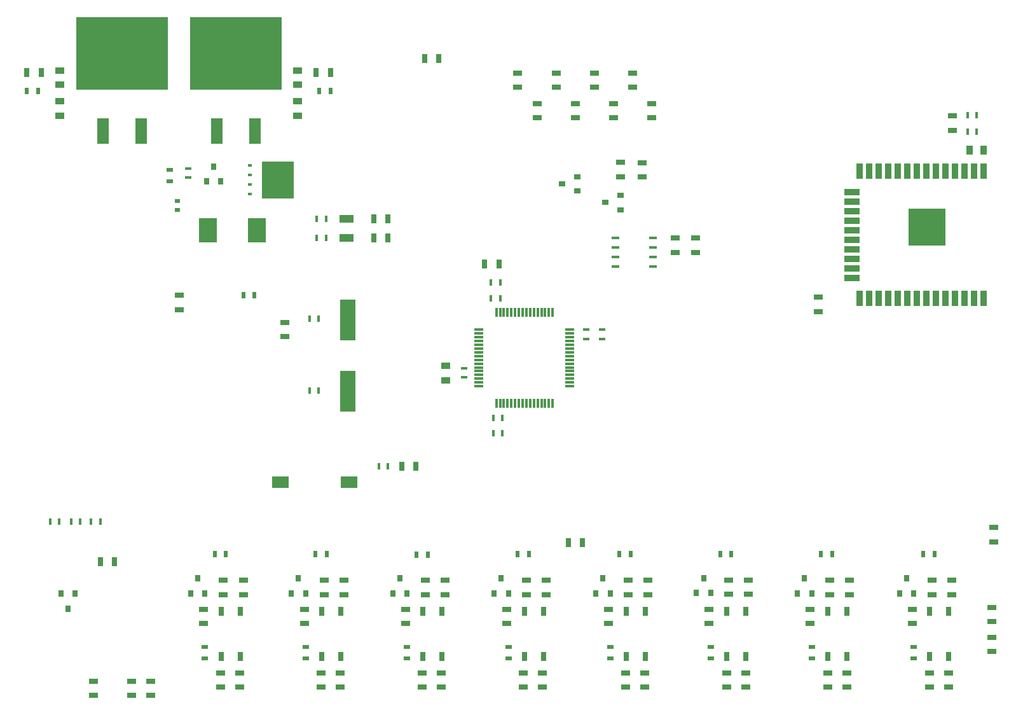
<source format=gtp>
G04*
G04 #@! TF.GenerationSoftware,Altium Limited,CircuitStudio,1.5.2 (30)*
G04*
G04 Layer_Color=8421504*
%FSLAX25Y25*%
%MOIN*%
G70*
G01*
G75*
%ADD10R,0.05118X0.02756*%
%ADD11R,0.05118X0.03543*%
%ADD12R,0.48031X0.38386*%
%ADD13R,0.06299X0.13780*%
%ADD14R,0.02756X0.05118*%
%ADD15R,0.07874X0.21654*%
%ADD16R,0.03150X0.03543*%
%ADD17R,0.02362X0.03543*%
%ADD18R,0.01575X0.03543*%
%ADD19R,0.03543X0.05118*%
%ADD20R,0.03543X0.02362*%
%ADD21R,0.03543X0.01575*%
%ADD22R,0.02402X0.01614*%
%ADD23R,0.16811X0.19291*%
%ADD24R,0.09449X0.12992*%
%ADD25R,0.03150X0.01969*%
%ADD26R,0.08622X0.06299*%
%ADD27R,0.04331X0.01575*%
%ADD28R,0.07480X0.04331*%
%ADD29R,0.01181X0.04724*%
%ADD30R,0.04724X0.01181*%
%ADD31R,0.03150X0.04724*%
%ADD32R,0.03543X0.07874*%
%ADD33R,0.07874X0.03543*%
%ADD34R,0.19685X0.19685*%
%ADD35R,0.03543X0.03150*%
D10*
X303937Y344685D02*
D03*
Y337205D02*
D03*
X293701Y360827D02*
D03*
Y353346D02*
D03*
X273622Y360827D02*
D03*
Y353346D02*
D03*
X283858Y344685D02*
D03*
Y337205D02*
D03*
X313779Y360827D02*
D03*
Y353346D02*
D03*
X324016Y344685D02*
D03*
Y337205D02*
D03*
X333858Y360827D02*
D03*
Y353346D02*
D03*
X343701Y344685D02*
D03*
Y337205D02*
D03*
X96063Y236811D02*
D03*
Y244291D02*
D03*
X327559Y313976D02*
D03*
Y306496D02*
D03*
X338976Y313779D02*
D03*
Y306299D02*
D03*
X431102Y243307D02*
D03*
Y235827D02*
D03*
X501378Y330709D02*
D03*
Y338189D02*
D03*
X522047Y65158D02*
D03*
Y57677D02*
D03*
Y80709D02*
D03*
Y73228D02*
D03*
X480512Y72244D02*
D03*
Y79724D02*
D03*
X426968Y72244D02*
D03*
Y79724D02*
D03*
X374016Y72244D02*
D03*
Y79724D02*
D03*
X321260Y72244D02*
D03*
Y79724D02*
D03*
X267913Y72244D02*
D03*
Y79724D02*
D03*
X214764Y72244D02*
D03*
Y79724D02*
D03*
X161811Y72244D02*
D03*
Y79724D02*
D03*
X108858Y72244D02*
D03*
Y79724D02*
D03*
X489567Y46457D02*
D03*
Y38976D02*
D03*
X436024Y46457D02*
D03*
Y38976D02*
D03*
X383071Y46457D02*
D03*
Y38976D02*
D03*
X330118Y46457D02*
D03*
Y38976D02*
D03*
X276575Y46457D02*
D03*
Y38976D02*
D03*
X223622Y46457D02*
D03*
Y38976D02*
D03*
X170472Y46457D02*
D03*
Y38976D02*
D03*
X499606Y46457D02*
D03*
Y38976D02*
D03*
X446063Y46457D02*
D03*
Y38976D02*
D03*
X393110Y46457D02*
D03*
Y38976D02*
D03*
X340158Y46457D02*
D03*
Y38976D02*
D03*
X286614Y46457D02*
D03*
Y38976D02*
D03*
X233661Y46457D02*
D03*
Y38976D02*
D03*
X180512Y46457D02*
D03*
Y38976D02*
D03*
X127756Y46457D02*
D03*
Y38976D02*
D03*
X117717Y46457D02*
D03*
Y38976D02*
D03*
X366732Y266732D02*
D03*
Y274213D02*
D03*
X356299Y266732D02*
D03*
Y274213D02*
D03*
X81102Y34646D02*
D03*
Y42126D02*
D03*
X71063Y34646D02*
D03*
Y42126D02*
D03*
X51181Y34646D02*
D03*
Y42126D02*
D03*
X523228Y115157D02*
D03*
Y122638D02*
D03*
X172047Y94882D02*
D03*
Y87402D02*
D03*
X119291Y94882D02*
D03*
Y87402D02*
D03*
X182480Y94882D02*
D03*
Y87402D02*
D03*
X129724Y94882D02*
D03*
Y87402D02*
D03*
X278150Y94882D02*
D03*
Y87402D02*
D03*
X225197Y94882D02*
D03*
Y87402D02*
D03*
X288583Y94882D02*
D03*
Y87402D02*
D03*
X235630Y94882D02*
D03*
Y87402D02*
D03*
X384252Y95079D02*
D03*
Y87598D02*
D03*
X331496Y94882D02*
D03*
Y87402D02*
D03*
X394685Y95079D02*
D03*
Y87598D02*
D03*
X341929Y94882D02*
D03*
Y87402D02*
D03*
X490748Y94882D02*
D03*
Y87402D02*
D03*
X437205Y94882D02*
D03*
Y87402D02*
D03*
X501181Y94882D02*
D03*
Y87402D02*
D03*
X447638Y94882D02*
D03*
Y87402D02*
D03*
X151378Y230118D02*
D03*
Y222638D02*
D03*
D11*
X33465Y338386D02*
D03*
Y345866D02*
D03*
X158268Y338386D02*
D03*
Y345866D02*
D03*
Y362008D02*
D03*
Y354528D02*
D03*
X33465Y362008D02*
D03*
Y354528D02*
D03*
X235827Y199803D02*
D03*
Y207283D02*
D03*
D12*
X66142Y370866D02*
D03*
X125984D02*
D03*
D13*
X56142Y330413D02*
D03*
X76142D02*
D03*
X115984D02*
D03*
X135984D02*
D03*
D14*
X307677Y114567D02*
D03*
X300197D02*
D03*
X205512Y284252D02*
D03*
X198031D02*
D03*
X205512Y274213D02*
D03*
X198031D02*
D03*
X256299Y260630D02*
D03*
X263779D02*
D03*
X220276Y154527D02*
D03*
X212795D02*
D03*
X232283Y368504D02*
D03*
X224803D02*
D03*
X175394Y361024D02*
D03*
X167913D02*
D03*
X16339D02*
D03*
X23819D02*
D03*
X62205Y104528D02*
D03*
X54724D02*
D03*
D15*
X184646Y231496D02*
D03*
Y194095D02*
D03*
D16*
X37795Y80118D02*
D03*
X34055Y87992D02*
D03*
X41535D02*
D03*
X114173Y311811D02*
D03*
X117913Y303937D02*
D03*
X110433D02*
D03*
X158661Y95866D02*
D03*
X162402Y87992D02*
D03*
X154921D02*
D03*
X105905Y95866D02*
D03*
X109646Y87992D02*
D03*
X102165D02*
D03*
X264961Y95866D02*
D03*
X268701Y87992D02*
D03*
X261221D02*
D03*
X211811Y95866D02*
D03*
X215551Y87992D02*
D03*
X208071D02*
D03*
X371063Y96063D02*
D03*
X374803Y88189D02*
D03*
X367323D02*
D03*
X318307Y95866D02*
D03*
X322047Y87992D02*
D03*
X314567D02*
D03*
X477559Y95866D02*
D03*
X481299Y87992D02*
D03*
X473819D02*
D03*
X424016Y95866D02*
D03*
X427756Y87992D02*
D03*
X420276D02*
D03*
D17*
X385630Y108661D02*
D03*
X379724D02*
D03*
X175394Y351181D02*
D03*
X169488D02*
D03*
X16339D02*
D03*
X22244D02*
D03*
X173425Y108661D02*
D03*
X167520D02*
D03*
X120669D02*
D03*
X114764D02*
D03*
X279528D02*
D03*
X273622D02*
D03*
X226575Y108465D02*
D03*
X220669D02*
D03*
X332874Y108661D02*
D03*
X326969D02*
D03*
X492126D02*
D03*
X486221D02*
D03*
X438583D02*
D03*
X432677D02*
D03*
X135630Y244291D02*
D03*
X129724D02*
D03*
D18*
X514173Y338779D02*
D03*
X509449D02*
D03*
X514173Y329921D02*
D03*
X509449D02*
D03*
X168307Y284252D02*
D03*
X173031D02*
D03*
X168307Y274409D02*
D03*
X173031D02*
D03*
X205512Y154528D02*
D03*
X200787D02*
D03*
X164567Y231890D02*
D03*
X169291D02*
D03*
X164567Y194488D02*
D03*
X169291D02*
D03*
X264370Y250984D02*
D03*
X259646D02*
D03*
X264370Y242520D02*
D03*
X259646D02*
D03*
X260827Y180118D02*
D03*
X265551D02*
D03*
X260827Y171850D02*
D03*
X265551D02*
D03*
X50000Y125591D02*
D03*
X54724D02*
D03*
X44094D02*
D03*
X39370D02*
D03*
X28543D02*
D03*
X33268D02*
D03*
D19*
X510433Y320276D02*
D03*
X517913D02*
D03*
D20*
X481299Y60039D02*
D03*
Y54134D02*
D03*
X427756Y60039D02*
D03*
Y54134D02*
D03*
X374803Y60039D02*
D03*
Y54134D02*
D03*
X322047Y60039D02*
D03*
Y54134D02*
D03*
X268701Y60039D02*
D03*
Y54134D02*
D03*
X215551Y60039D02*
D03*
Y54134D02*
D03*
X162598Y60039D02*
D03*
Y54134D02*
D03*
X109646Y60039D02*
D03*
Y54134D02*
D03*
X91339Y310039D02*
D03*
Y304134D02*
D03*
D21*
X245472Y205906D02*
D03*
Y201181D02*
D03*
X317913Y221457D02*
D03*
Y226181D02*
D03*
X309449Y221457D02*
D03*
Y226181D02*
D03*
X100787Y310630D02*
D03*
Y305906D02*
D03*
D22*
X133248Y302224D02*
D03*
Y307224D02*
D03*
Y312224D02*
D03*
Y297224D02*
D03*
D23*
X147854Y304744D02*
D03*
D24*
X137008Y278346D02*
D03*
X111024D02*
D03*
D25*
X95276Y293799D02*
D03*
Y288878D02*
D03*
D26*
X185216Y146260D02*
D03*
X149035D02*
D03*
D27*
X344488Y259429D02*
D03*
Y264429D02*
D03*
Y269429D02*
D03*
Y274429D02*
D03*
X324803Y259429D02*
D03*
Y264429D02*
D03*
Y269429D02*
D03*
Y274429D02*
D03*
D28*
X183858Y274409D02*
D03*
Y284252D02*
D03*
D29*
X262402Y235236D02*
D03*
X264370D02*
D03*
X266339D02*
D03*
X268307D02*
D03*
X270276D02*
D03*
X272244D02*
D03*
X274213D02*
D03*
X276181D02*
D03*
X278150D02*
D03*
X280118D02*
D03*
X282087D02*
D03*
X284055D02*
D03*
X286024D02*
D03*
X287992D02*
D03*
X289961D02*
D03*
X291929D02*
D03*
Y187598D02*
D03*
X289961D02*
D03*
X287992D02*
D03*
X286024D02*
D03*
X284055D02*
D03*
X282087D02*
D03*
X280118D02*
D03*
X278150D02*
D03*
X276181D02*
D03*
X274213D02*
D03*
X272244D02*
D03*
X270276D02*
D03*
X268307D02*
D03*
X266339D02*
D03*
X264370D02*
D03*
X262402D02*
D03*
D30*
X300984Y226181D02*
D03*
Y224213D02*
D03*
Y222244D02*
D03*
Y220276D02*
D03*
Y218307D02*
D03*
Y216338D02*
D03*
Y214370D02*
D03*
Y212402D02*
D03*
Y210433D02*
D03*
Y208465D02*
D03*
Y206496D02*
D03*
Y204527D02*
D03*
Y202559D02*
D03*
Y200591D02*
D03*
Y198622D02*
D03*
Y196653D02*
D03*
X253346D02*
D03*
Y198622D02*
D03*
Y200591D02*
D03*
Y202559D02*
D03*
Y204527D02*
D03*
Y206496D02*
D03*
Y208465D02*
D03*
Y210433D02*
D03*
Y212402D02*
D03*
Y214370D02*
D03*
Y216338D02*
D03*
Y218307D02*
D03*
Y220276D02*
D03*
Y222244D02*
D03*
Y224213D02*
D03*
Y226181D02*
D03*
D31*
X118228Y55118D02*
D03*
X128228D02*
D03*
X118228Y78740D02*
D03*
X128228D02*
D03*
X180984D02*
D03*
X170984D02*
D03*
X180984Y55118D02*
D03*
X170984D02*
D03*
X223937D02*
D03*
X233937D02*
D03*
X223937Y78740D02*
D03*
X233937D02*
D03*
X287087D02*
D03*
X277087D02*
D03*
X287087Y55118D02*
D03*
X277087D02*
D03*
X330433D02*
D03*
X340433D02*
D03*
X330433Y78740D02*
D03*
X340433D02*
D03*
X393189D02*
D03*
X383189D02*
D03*
X393189Y55118D02*
D03*
X383189D02*
D03*
X436142D02*
D03*
X446142D02*
D03*
X436142Y78740D02*
D03*
X446142D02*
D03*
X499685D02*
D03*
X489685D02*
D03*
X499685Y55118D02*
D03*
X489685D02*
D03*
D32*
X517717Y309449D02*
D03*
X512716D02*
D03*
X507717D02*
D03*
X502716D02*
D03*
X497717D02*
D03*
X492717D02*
D03*
X487716D02*
D03*
X482717D02*
D03*
X477716D02*
D03*
X472717D02*
D03*
X467717D02*
D03*
X462716D02*
D03*
X457717D02*
D03*
X452716D02*
D03*
X517717Y242520D02*
D03*
X512716D02*
D03*
X507717D02*
D03*
X502716D02*
D03*
X497717D02*
D03*
X492717D02*
D03*
X487716D02*
D03*
X482717D02*
D03*
X477716D02*
D03*
X472717D02*
D03*
X467717D02*
D03*
X462716D02*
D03*
X457717D02*
D03*
X452716D02*
D03*
D33*
X448779Y298484D02*
D03*
Y293484D02*
D03*
Y288484D02*
D03*
Y283484D02*
D03*
Y278484D02*
D03*
Y273484D02*
D03*
Y253484D02*
D03*
X448740Y258484D02*
D03*
X448779Y263484D02*
D03*
Y268484D02*
D03*
D34*
X488189Y279921D02*
D03*
D35*
X327559Y289173D02*
D03*
Y296654D02*
D03*
X319685Y292913D02*
D03*
X304724Y299016D02*
D03*
Y306496D02*
D03*
X296850Y302756D02*
D03*
M02*

</source>
